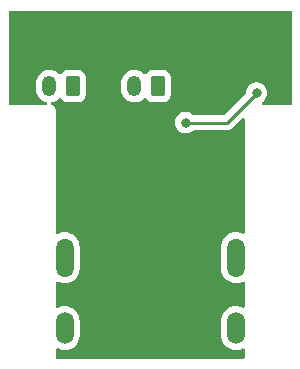
<source format=gbr>
%TF.GenerationSoftware,KiCad,Pcbnew,(6.0.6)*%
%TF.CreationDate,2022-06-22T16:29:19-06:00*%
%TF.ProjectId,15Pin_Fanout _Diodes__Heater,31355069-6e5f-4466-916e-6f7574205f44,rev?*%
%TF.SameCoordinates,Original*%
%TF.FileFunction,Copper,L2,Bot*%
%TF.FilePolarity,Positive*%
%FSLAX46Y46*%
G04 Gerber Fmt 4.6, Leading zero omitted, Abs format (unit mm)*
G04 Created by KiCad (PCBNEW (6.0.6)) date 2022-06-22 16:29:19*
%MOMM*%
%LPD*%
G01*
G04 APERTURE LIST*
G04 Aperture macros list*
%AMRoundRect*
0 Rectangle with rounded corners*
0 $1 Rounding radius*
0 $2 $3 $4 $5 $6 $7 $8 $9 X,Y pos of 4 corners*
0 Add a 4 corners polygon primitive as box body*
4,1,4,$2,$3,$4,$5,$6,$7,$8,$9,$2,$3,0*
0 Add four circle primitives for the rounded corners*
1,1,$1+$1,$2,$3*
1,1,$1+$1,$4,$5*
1,1,$1+$1,$6,$7*
1,1,$1+$1,$8,$9*
0 Add four rect primitives between the rounded corners*
20,1,$1+$1,$2,$3,$4,$5,0*
20,1,$1+$1,$4,$5,$6,$7,0*
20,1,$1+$1,$6,$7,$8,$9,0*
20,1,$1+$1,$8,$9,$2,$3,0*%
G04 Aperture macros list end*
%TA.AperFunction,ComponentPad*%
%ADD10RoundRect,0.250000X0.350000X0.625000X-0.350000X0.625000X-0.350000X-0.625000X0.350000X-0.625000X0*%
%TD*%
%TA.AperFunction,ComponentPad*%
%ADD11O,1.200000X1.750000*%
%TD*%
%TA.AperFunction,ComponentPad*%
%ADD12O,1.500000X2.700000*%
%TD*%
%TA.AperFunction,ComponentPad*%
%ADD13O,1.500000X3.300000*%
%TD*%
%TA.AperFunction,ViaPad*%
%ADD14C,0.800000*%
%TD*%
%TA.AperFunction,Conductor*%
%ADD15C,0.250000*%
%TD*%
G04 APERTURE END LIST*
D10*
%TO.P,J3,1,Pin_1*%
%TO.N,Net-(J1-Pad10)*%
X-6550000Y17100000D03*
D11*
%TO.P,J3,2,Pin_2*%
%TO.N,Net-(J1-Pad12)*%
X-8550000Y17100000D03*
%TD*%
D10*
%TO.P,J2,1,Pin_1*%
%TO.N,Net-(J1-Pad7)*%
X650000Y17100000D03*
D11*
%TO.P,J2,2,Pin_2*%
%TO.N,Net-(J1-Pad9)*%
X-1350000Y17100000D03*
%TD*%
D12*
%TO.P,J1,20*%
%TO.N,N/C*%
X7250000Y-3396000D03*
%TO.P,J1,21*%
X-7250000Y-3396000D03*
D13*
%TO.P,J1,22*%
X7250000Y2564000D03*
%TO.P,J1,23*%
X-7250000Y2564000D03*
%TD*%
D14*
%TO.N,GND*%
X-1750000Y7000000D03*
X2724500Y9170285D03*
X1224500Y10500000D03*
X-3500000Y5250000D03*
X4500000Y7750000D03*
%TO.N,Net-(J1-Pad4)*%
X3000000Y14000000D03*
X9000000Y16500000D03*
%TD*%
D15*
%TO.N,Net-(J1-Pad4)*%
X6500000Y14000000D02*
X9000000Y16500000D01*
X3000000Y14000000D02*
X6500000Y14000000D01*
%TD*%
%TA.AperFunction,Conductor*%
%TO.N,GND*%
G36*
X11933621Y23471498D02*
G01*
X11980114Y23417842D01*
X11991500Y23365500D01*
X11991500Y15634500D01*
X11971498Y15566379D01*
X11917842Y15519886D01*
X11865500Y15508500D01*
X9568738Y15508500D01*
X9500617Y15528502D01*
X9454124Y15582158D01*
X9444020Y15652432D01*
X9473514Y15717012D01*
X9494677Y15736436D01*
X9558608Y15782885D01*
X9611253Y15821134D01*
X9649076Y15863141D01*
X9734621Y15958148D01*
X9734622Y15958149D01*
X9739040Y15963056D01*
X9834527Y16128444D01*
X9893542Y16310072D01*
X9913504Y16500000D01*
X9901477Y16614434D01*
X9894232Y16683365D01*
X9894232Y16683367D01*
X9893542Y16689928D01*
X9834527Y16871556D01*
X9739040Y17036944D01*
X9611253Y17178866D01*
X9456752Y17291118D01*
X9450724Y17293802D01*
X9450722Y17293803D01*
X9288319Y17366109D01*
X9288318Y17366109D01*
X9282288Y17368794D01*
X9188887Y17388647D01*
X9101944Y17407128D01*
X9101939Y17407128D01*
X9095487Y17408500D01*
X8904513Y17408500D01*
X8898061Y17407128D01*
X8898056Y17407128D01*
X8811113Y17388647D01*
X8717712Y17368794D01*
X8711682Y17366109D01*
X8711681Y17366109D01*
X8549278Y17293803D01*
X8549276Y17293802D01*
X8543248Y17291118D01*
X8388747Y17178866D01*
X8260960Y17036944D01*
X8165473Y16871556D01*
X8106458Y16689928D01*
X8105768Y16683367D01*
X8105768Y16683365D01*
X8089093Y16524707D01*
X8062080Y16459050D01*
X8052878Y16448782D01*
X6274500Y14670405D01*
X6212188Y14636379D01*
X6185405Y14633500D01*
X3708200Y14633500D01*
X3640079Y14653502D01*
X3620853Y14669843D01*
X3620580Y14669540D01*
X3615668Y14673963D01*
X3611253Y14678866D01*
X3456752Y14791118D01*
X3450724Y14793802D01*
X3450722Y14793803D01*
X3288319Y14866109D01*
X3288318Y14866109D01*
X3282288Y14868794D01*
X3165633Y14893590D01*
X3101944Y14907128D01*
X3101939Y14907128D01*
X3095487Y14908500D01*
X2904513Y14908500D01*
X2898061Y14907128D01*
X2898056Y14907128D01*
X2834367Y14893590D01*
X2717712Y14868794D01*
X2711682Y14866109D01*
X2711681Y14866109D01*
X2549278Y14793803D01*
X2549276Y14793802D01*
X2543248Y14791118D01*
X2388747Y14678866D01*
X2384326Y14673956D01*
X2384325Y14673955D01*
X2350492Y14636379D01*
X2260960Y14536944D01*
X2165473Y14371556D01*
X2106458Y14189928D01*
X2086496Y14000000D01*
X2106458Y13810072D01*
X2165473Y13628444D01*
X2260960Y13463056D01*
X2265378Y13458149D01*
X2265379Y13458148D01*
X2347452Y13366997D01*
X2388747Y13321134D01*
X2543248Y13208882D01*
X2549276Y13206198D01*
X2549278Y13206197D01*
X2711681Y13133891D01*
X2717712Y13131206D01*
X2811112Y13111353D01*
X2898056Y13092872D01*
X2898061Y13092872D01*
X2904513Y13091500D01*
X3095487Y13091500D01*
X3101939Y13092872D01*
X3101944Y13092872D01*
X3188888Y13111353D01*
X3282288Y13131206D01*
X3288319Y13133891D01*
X3450722Y13206197D01*
X3450724Y13206198D01*
X3456752Y13208882D01*
X3611253Y13321134D01*
X3615668Y13326037D01*
X3620580Y13330460D01*
X3621705Y13329211D01*
X3675014Y13362051D01*
X3708200Y13366500D01*
X6421233Y13366500D01*
X6432416Y13365973D01*
X6439909Y13364298D01*
X6447835Y13364547D01*
X6447836Y13364547D01*
X6507986Y13366438D01*
X6511945Y13366500D01*
X6539856Y13366500D01*
X6543791Y13366997D01*
X6543856Y13367005D01*
X6555693Y13367938D01*
X6587951Y13368952D01*
X6591970Y13369078D01*
X6599889Y13369327D01*
X6619343Y13374979D01*
X6638700Y13378987D01*
X6650930Y13380532D01*
X6650931Y13380532D01*
X6658797Y13381526D01*
X6666168Y13384445D01*
X6666170Y13384445D01*
X6699912Y13397804D01*
X6711142Y13401649D01*
X6745983Y13411771D01*
X6745984Y13411771D01*
X6753593Y13413982D01*
X6760412Y13418015D01*
X6760417Y13418017D01*
X6771028Y13424293D01*
X6788776Y13432988D01*
X6807617Y13440448D01*
X6843387Y13466436D01*
X6853307Y13472952D01*
X6884535Y13491420D01*
X6884538Y13491422D01*
X6891362Y13495458D01*
X6905683Y13509779D01*
X6920717Y13522620D01*
X6930694Y13529869D01*
X6937107Y13534528D01*
X6965298Y13568605D01*
X6973288Y13577384D01*
X7776405Y14380501D01*
X7838717Y14414527D01*
X7909532Y14409462D01*
X7966368Y14366915D01*
X7991179Y14300395D01*
X7991500Y14291406D01*
X7991500Y4705927D01*
X7971498Y4637806D01*
X7917842Y4591313D01*
X7847568Y4581209D01*
X7814855Y4590554D01*
X7658180Y4659330D01*
X7658167Y4659335D01*
X7653033Y4661588D01*
X7647582Y4662897D01*
X7647578Y4662898D01*
X7440046Y4712722D01*
X7440045Y4712722D01*
X7434589Y4714032D01*
X7350525Y4718879D01*
X7215917Y4726640D01*
X7215914Y4726640D01*
X7210310Y4726963D01*
X6987285Y4699975D01*
X6772565Y4633918D01*
X6767585Y4631348D01*
X6767581Y4631346D01*
X6577919Y4533454D01*
X6572936Y4530882D01*
X6394708Y4394123D01*
X6243515Y4227964D01*
X6124136Y4037656D01*
X6040344Y3829217D01*
X5994787Y3609233D01*
X5991500Y3552225D01*
X5991500Y1607001D01*
X5991749Y1604214D01*
X5991749Y1604208D01*
X5998009Y1534071D01*
X6006383Y1440238D01*
X6065663Y1223549D01*
X6162378Y1020782D01*
X6293471Y838346D01*
X6454799Y682008D01*
X6641262Y556710D01*
X6846967Y466412D01*
X6852418Y465103D01*
X6852422Y465102D01*
X7025503Y423549D01*
X7065411Y413968D01*
X7149475Y409121D01*
X7284083Y401360D01*
X7284086Y401360D01*
X7289690Y401037D01*
X7512715Y428025D01*
X7727435Y494082D01*
X7732415Y496652D01*
X7732419Y496654D01*
X7807710Y535515D01*
X7877417Y548984D01*
X7943341Y522629D01*
X7984550Y464816D01*
X7991500Y423549D01*
X7991500Y-1554073D01*
X7971498Y-1622194D01*
X7917842Y-1668687D01*
X7847568Y-1678791D01*
X7814855Y-1669446D01*
X7658180Y-1600670D01*
X7658167Y-1600665D01*
X7653033Y-1598412D01*
X7647582Y-1597103D01*
X7647578Y-1597102D01*
X7440046Y-1547278D01*
X7440045Y-1547278D01*
X7434589Y-1545968D01*
X7350525Y-1541121D01*
X7215917Y-1533360D01*
X7215914Y-1533360D01*
X7210310Y-1533037D01*
X6987285Y-1560025D01*
X6772565Y-1626082D01*
X6767585Y-1628652D01*
X6767581Y-1628654D01*
X6577919Y-1726546D01*
X6572936Y-1729118D01*
X6394708Y-1865877D01*
X6243515Y-2032036D01*
X6124136Y-2222344D01*
X6040344Y-2430783D01*
X5994787Y-2650767D01*
X5991500Y-2707775D01*
X5991500Y-4052999D01*
X5991749Y-4055786D01*
X5991749Y-4055792D01*
X5998009Y-4125929D01*
X6006383Y-4219762D01*
X6065663Y-4436451D01*
X6162378Y-4639218D01*
X6293471Y-4821654D01*
X6454799Y-4977992D01*
X6641262Y-5103290D01*
X6846967Y-5193588D01*
X6852418Y-5194897D01*
X6852422Y-5194898D01*
X7025503Y-5236451D01*
X7065411Y-5246032D01*
X7149475Y-5250879D01*
X7284083Y-5258640D01*
X7284086Y-5258640D01*
X7289690Y-5258963D01*
X7512715Y-5231975D01*
X7727435Y-5165918D01*
X7732415Y-5163348D01*
X7732419Y-5163346D01*
X7807710Y-5124485D01*
X7877417Y-5111016D01*
X7943341Y-5137371D01*
X7984550Y-5195184D01*
X7991500Y-5236451D01*
X7991500Y-5865500D01*
X7971498Y-5933621D01*
X7917842Y-5980114D01*
X7865500Y-5991500D01*
X-7865500Y-5991500D01*
X-7933621Y-5971498D01*
X-7980114Y-5917842D01*
X-7991500Y-5865500D01*
X-7991500Y-5237927D01*
X-7971498Y-5169806D01*
X-7917842Y-5123313D01*
X-7847568Y-5113209D01*
X-7814855Y-5122554D01*
X-7658180Y-5191330D01*
X-7658167Y-5191335D01*
X-7653033Y-5193588D01*
X-7647582Y-5194897D01*
X-7647578Y-5194898D01*
X-7474497Y-5236451D01*
X-7434589Y-5246032D01*
X-7350525Y-5250879D01*
X-7215917Y-5258640D01*
X-7215914Y-5258640D01*
X-7210310Y-5258963D01*
X-6987285Y-5231975D01*
X-6772565Y-5165918D01*
X-6767585Y-5163348D01*
X-6767581Y-5163346D01*
X-6577919Y-5065454D01*
X-6577918Y-5065454D01*
X-6572936Y-5062882D01*
X-6394708Y-4926123D01*
X-6243515Y-4759964D01*
X-6124136Y-4569656D01*
X-6040344Y-4361217D01*
X-5994787Y-4141233D01*
X-5991500Y-4084225D01*
X-5991500Y-2739001D01*
X-5994449Y-2705952D01*
X-6005884Y-2577833D01*
X-6006383Y-2572238D01*
X-6065663Y-2355549D01*
X-6162378Y-2152782D01*
X-6293471Y-1970346D01*
X-6454799Y-1814008D01*
X-6641262Y-1688710D01*
X-6846967Y-1598412D01*
X-6852418Y-1597103D01*
X-6852422Y-1597102D01*
X-7059954Y-1547278D01*
X-7059955Y-1547278D01*
X-7065411Y-1545968D01*
X-7149475Y-1541121D01*
X-7284083Y-1533360D01*
X-7284086Y-1533360D01*
X-7289690Y-1533037D01*
X-7512715Y-1560025D01*
X-7727435Y-1626082D01*
X-7732415Y-1628652D01*
X-7732419Y-1628654D01*
X-7807710Y-1667515D01*
X-7877417Y-1680984D01*
X-7943341Y-1654629D01*
X-7984550Y-1596816D01*
X-7991500Y-1555549D01*
X-7991500Y422073D01*
X-7971498Y490194D01*
X-7917842Y536687D01*
X-7847568Y546791D01*
X-7814855Y537446D01*
X-7658180Y468670D01*
X-7658167Y468665D01*
X-7653033Y466412D01*
X-7647582Y465103D01*
X-7647578Y465102D01*
X-7474497Y423549D01*
X-7434589Y413968D01*
X-7350525Y409121D01*
X-7215917Y401360D01*
X-7215914Y401360D01*
X-7210310Y401037D01*
X-6987285Y428025D01*
X-6772565Y494082D01*
X-6767585Y496652D01*
X-6767581Y496654D01*
X-6577919Y594546D01*
X-6577918Y594546D01*
X-6572936Y597118D01*
X-6394708Y733877D01*
X-6243515Y900036D01*
X-6124136Y1090344D01*
X-6040344Y1298783D01*
X-5994787Y1518767D01*
X-5991500Y1575775D01*
X-5991500Y3520999D01*
X-5994449Y3554048D01*
X-6005884Y3682167D01*
X-6006383Y3687762D01*
X-6065663Y3904451D01*
X-6162378Y4107218D01*
X-6293471Y4289654D01*
X-6454799Y4445992D01*
X-6641262Y4571290D01*
X-6846967Y4661588D01*
X-6852418Y4662897D01*
X-6852422Y4662898D01*
X-7059954Y4712722D01*
X-7059955Y4712722D01*
X-7065411Y4714032D01*
X-7149475Y4718879D01*
X-7284083Y4726640D01*
X-7284086Y4726640D01*
X-7289690Y4726963D01*
X-7512715Y4699975D01*
X-7727435Y4633918D01*
X-7732415Y4631348D01*
X-7732419Y4631346D01*
X-7807710Y4592485D01*
X-7877417Y4579016D01*
X-7943341Y4605371D01*
X-7984550Y4663184D01*
X-7991500Y4704451D01*
X-7991500Y14991377D01*
X-7991498Y14992147D01*
X-7991079Y15060746D01*
X-7991024Y15069721D01*
X-7999150Y15098153D01*
X-8002728Y15114915D01*
X-8005648Y15135302D01*
X-8006920Y15144187D01*
X-8017549Y15167564D01*
X-8023996Y15185087D01*
X-8028584Y15201138D01*
X-8031051Y15209771D01*
X-8035844Y15217368D01*
X-8046830Y15234780D01*
X-8054970Y15249865D01*
X-8067208Y15276782D01*
X-8083970Y15296235D01*
X-8095073Y15311239D01*
X-8108776Y15332958D01*
X-8115501Y15338897D01*
X-8115504Y15338901D01*
X-8130938Y15352532D01*
X-8142982Y15364724D01*
X-8156427Y15380327D01*
X-8156430Y15380329D01*
X-8162287Y15387127D01*
X-8183835Y15401094D01*
X-8198709Y15412385D01*
X-8211217Y15423431D01*
X-8211218Y15423432D01*
X-8217951Y15429378D01*
X-8244713Y15441943D01*
X-8259691Y15450263D01*
X-8276983Y15461471D01*
X-8276988Y15461473D01*
X-8284515Y15466352D01*
X-8293108Y15468922D01*
X-8293113Y15468924D01*
X-8309120Y15473711D01*
X-8326564Y15480372D01*
X-8341672Y15487465D01*
X-8341673Y15487465D01*
X-8349800Y15491281D01*
X-8354793Y15492058D01*
X-8412440Y15530017D01*
X-8441214Y15594921D01*
X-8430331Y15665078D01*
X-8383245Y15718215D01*
X-8345826Y15733960D01*
X-8193299Y15770719D01*
X-8193297Y15770720D01*
X-8187466Y15772125D01*
X-8182008Y15774607D01*
X-8182004Y15774608D01*
X-8066959Y15826916D01*
X-7994913Y15859674D01*
X-7822389Y15982054D01*
X-7818247Y15986381D01*
X-7818241Y15986386D01*
X-7731194Y16077317D01*
X-7669639Y16112694D01*
X-7598730Y16109175D01*
X-7540979Y16067879D01*
X-7533035Y16056496D01*
X-7498478Y16000652D01*
X-7373303Y15875695D01*
X-7367073Y15871855D01*
X-7367072Y15871854D01*
X-7229910Y15787306D01*
X-7222738Y15782885D01*
X-7197783Y15774608D01*
X-7061389Y15729368D01*
X-7061387Y15729368D01*
X-7054861Y15727203D01*
X-7048025Y15726503D01*
X-7048022Y15726502D01*
X-7009614Y15722567D01*
X-6950400Y15716500D01*
X-6149600Y15716500D01*
X-6146354Y15716837D01*
X-6146350Y15716837D01*
X-6050692Y15726762D01*
X-6050688Y15726763D01*
X-6043834Y15727474D01*
X-6037298Y15729655D01*
X-6037296Y15729655D01*
X-5902557Y15774608D01*
X-5876054Y15783450D01*
X-5725652Y15876522D01*
X-5600695Y16001697D01*
X-5563648Y16061798D01*
X-5511725Y16146032D01*
X-5511724Y16146034D01*
X-5507885Y16152262D01*
X-5452203Y16320139D01*
X-5441500Y16424600D01*
X-5441500Y16772154D01*
X-2458500Y16772154D01*
X-2443452Y16614434D01*
X-2383908Y16411466D01*
X-2381164Y16406139D01*
X-2381164Y16406138D01*
X-2328453Y16303794D01*
X-2287058Y16223420D01*
X-2156396Y16057080D01*
X-2151865Y16053148D01*
X-2151862Y16053145D01*
X-2048043Y15963056D01*
X-1996637Y15918448D01*
X-1991451Y15915448D01*
X-1991447Y15915445D01*
X-1895043Y15859674D01*
X-1813546Y15812527D01*
X-1613729Y15743139D01*
X-1607794Y15742278D01*
X-1607792Y15742278D01*
X-1410336Y15713648D01*
X-1410333Y15713648D01*
X-1404396Y15712787D01*
X-1193101Y15722567D01*
X-1061923Y15754181D01*
X-993299Y15770719D01*
X-993297Y15770720D01*
X-987466Y15772125D01*
X-982008Y15774607D01*
X-982004Y15774608D01*
X-866959Y15826916D01*
X-794913Y15859674D01*
X-622389Y15982054D01*
X-618247Y15986381D01*
X-618241Y15986386D01*
X-531194Y16077317D01*
X-469639Y16112694D01*
X-398730Y16109175D01*
X-340979Y16067879D01*
X-333035Y16056496D01*
X-298478Y16000652D01*
X-173303Y15875695D01*
X-167073Y15871855D01*
X-167072Y15871854D01*
X-29910Y15787306D01*
X-22738Y15782885D01*
X2217Y15774608D01*
X138611Y15729368D01*
X138613Y15729368D01*
X145139Y15727203D01*
X151975Y15726503D01*
X151978Y15726502D01*
X190386Y15722567D01*
X249600Y15716500D01*
X1050400Y15716500D01*
X1053646Y15716837D01*
X1053650Y15716837D01*
X1149308Y15726762D01*
X1149312Y15726763D01*
X1156166Y15727474D01*
X1162702Y15729655D01*
X1162704Y15729655D01*
X1297443Y15774608D01*
X1323946Y15783450D01*
X1474348Y15876522D01*
X1599305Y16001697D01*
X1636352Y16061798D01*
X1688275Y16146032D01*
X1688276Y16146034D01*
X1692115Y16152262D01*
X1747797Y16320139D01*
X1758500Y16424600D01*
X1758500Y17775400D01*
X1747526Y17881166D01*
X1743749Y17892489D01*
X1693868Y18041998D01*
X1691550Y18048946D01*
X1598478Y18199348D01*
X1473303Y18324305D01*
X1370826Y18387473D01*
X1328968Y18413275D01*
X1328966Y18413276D01*
X1322738Y18417115D01*
X1162254Y18470345D01*
X1161389Y18470632D01*
X1161387Y18470632D01*
X1154861Y18472797D01*
X1148025Y18473497D01*
X1148022Y18473498D01*
X1104969Y18477909D01*
X1050400Y18483500D01*
X249600Y18483500D01*
X246354Y18483163D01*
X246350Y18483163D01*
X150692Y18473238D01*
X150688Y18473237D01*
X143834Y18472526D01*
X137298Y18470345D01*
X137296Y18470345D01*
X14213Y18429281D01*
X-23946Y18416550D01*
X-174348Y18323478D01*
X-299305Y18198303D01*
X-303145Y18192073D01*
X-303146Y18192072D01*
X-331074Y18146764D01*
X-383846Y18099271D01*
X-453918Y18087847D01*
X-519042Y18116121D01*
X-537418Y18135045D01*
X-543604Y18142920D01*
X-548135Y18146852D01*
X-548138Y18146855D01*
X-698833Y18277621D01*
X-703363Y18281552D01*
X-708549Y18284552D01*
X-708553Y18284555D01*
X-881258Y18384467D01*
X-886454Y18387473D01*
X-1086271Y18456861D01*
X-1092206Y18457722D01*
X-1092208Y18457722D01*
X-1289664Y18486352D01*
X-1289667Y18486352D01*
X-1295604Y18487213D01*
X-1506899Y18477433D01*
X-1638077Y18445819D01*
X-1706701Y18429281D01*
X-1706703Y18429280D01*
X-1712534Y18427875D01*
X-1717992Y18425393D01*
X-1717996Y18425392D01*
X-1833041Y18373084D01*
X-1905087Y18340326D01*
X-2077611Y18217946D01*
X-2223881Y18065150D01*
X-2338620Y17887452D01*
X-2417686Y17691263D01*
X-2458228Y17483663D01*
X-2458500Y17478101D01*
X-2458500Y16772154D01*
X-5441500Y16772154D01*
X-5441500Y17775400D01*
X-5452474Y17881166D01*
X-5456251Y17892489D01*
X-5506132Y18041998D01*
X-5508450Y18048946D01*
X-5601522Y18199348D01*
X-5726697Y18324305D01*
X-5829174Y18387473D01*
X-5871032Y18413275D01*
X-5871034Y18413276D01*
X-5877262Y18417115D01*
X-6037746Y18470345D01*
X-6038611Y18470632D01*
X-6038613Y18470632D01*
X-6045139Y18472797D01*
X-6051975Y18473497D01*
X-6051978Y18473498D01*
X-6095031Y18477909D01*
X-6149600Y18483500D01*
X-6950400Y18483500D01*
X-6953646Y18483163D01*
X-6953650Y18483163D01*
X-7049308Y18473238D01*
X-7049312Y18473237D01*
X-7056166Y18472526D01*
X-7062702Y18470345D01*
X-7062704Y18470345D01*
X-7185787Y18429281D01*
X-7223946Y18416550D01*
X-7374348Y18323478D01*
X-7499305Y18198303D01*
X-7503145Y18192073D01*
X-7503146Y18192072D01*
X-7531074Y18146764D01*
X-7583846Y18099271D01*
X-7653918Y18087847D01*
X-7719042Y18116121D01*
X-7737418Y18135045D01*
X-7743604Y18142920D01*
X-7748135Y18146852D01*
X-7748138Y18146855D01*
X-7898833Y18277621D01*
X-7903363Y18281552D01*
X-7908549Y18284552D01*
X-7908553Y18284555D01*
X-8081258Y18384467D01*
X-8086454Y18387473D01*
X-8286271Y18456861D01*
X-8292206Y18457722D01*
X-8292208Y18457722D01*
X-8489664Y18486352D01*
X-8489667Y18486352D01*
X-8495604Y18487213D01*
X-8706899Y18477433D01*
X-8838077Y18445819D01*
X-8906701Y18429281D01*
X-8906703Y18429280D01*
X-8912534Y18427875D01*
X-8917992Y18425393D01*
X-8917996Y18425392D01*
X-9033041Y18373084D01*
X-9105087Y18340326D01*
X-9277611Y18217946D01*
X-9423881Y18065150D01*
X-9538620Y17887452D01*
X-9617686Y17691263D01*
X-9658228Y17483663D01*
X-9658500Y17478101D01*
X-9658500Y16772154D01*
X-9643452Y16614434D01*
X-9583908Y16411466D01*
X-9581164Y16406139D01*
X-9581164Y16406138D01*
X-9528453Y16303794D01*
X-9487058Y16223420D01*
X-9356396Y16057080D01*
X-9351865Y16053148D01*
X-9351862Y16053145D01*
X-9248043Y15963056D01*
X-9196637Y15918448D01*
X-9191451Y15915448D01*
X-9191447Y15915445D01*
X-9095043Y15859674D01*
X-9013546Y15812527D01*
X-8904350Y15774608D01*
X-8843646Y15753528D01*
X-8785856Y15712286D01*
X-8759537Y15646348D01*
X-8773045Y15576648D01*
X-8822091Y15525316D01*
X-8884979Y15508500D01*
X-11865500Y15508500D01*
X-11933621Y15528502D01*
X-11980114Y15582158D01*
X-11991500Y15634500D01*
X-11991500Y23365500D01*
X-11971498Y23433621D01*
X-11917842Y23480114D01*
X-11865500Y23491500D01*
X11865500Y23491500D01*
X11933621Y23471498D01*
G37*
%TD.AperFunction*%
%TD*%
M02*

</source>
